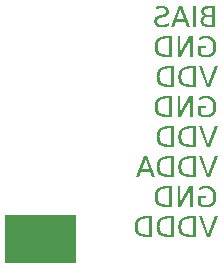
<source format=gbr>
%FSLAX44Y44*%
%MOMM*%
%LPD*%
G36*
G01*
X00187645Y00297096D02*
X00181598Y00297096D01*
X00180940Y00297079D01*
X00180322Y00297026D01*
X00179742Y00296938D01*
X00179201Y00296815D01*
X00178699Y00296657D01*
X00178236Y00296463D01*
X00177811Y00296235D01*
X00177426Y00295971D01*
X00177082Y00295675D01*
X00176785Y00295349D01*
X00176533Y00294994D01*
X00176327Y00294609D01*
X00176167Y00294194D01*
X00176052Y00293750D01*
X00175984Y00293276D01*
X00175961Y00292772D01*
X00175973Y00292381D01*
X00176008Y00292010D01*
X00176066Y00291660D01*
X00176148Y00291330D01*
X00176254Y00291021D01*
X00176383Y00290733D01*
X00176535Y00290465D01*
X00176711Y00290217D01*
X00176909Y00289991D01*
X00177130Y00289787D01*
X00177372Y00289606D01*
X00177637Y00289447D01*
X00177923Y00289310D01*
X00178231Y00289195D01*
X00178562Y00289103D01*
X00178914Y00289034D01*
X00178490Y00288927D01*
X00178090Y00288795D01*
X00177714Y00288638D01*
X00177363Y00288455D01*
X00177036Y00288247D01*
X00176733Y00288013D01*
X00176455Y00287754D01*
X00176201Y00287469D01*
X00175975Y00287163D01*
X00175778Y00286837D01*
X00175612Y00286494D01*
X00175476Y00286132D01*
X00175370Y00285751D01*
X00175295Y00285352D01*
X00175249Y00284935D01*
X00175234Y00284498D01*
X00175259Y00283929D01*
X00175334Y00283393D01*
X00175458Y00282891D01*
X00175633Y00282421D01*
X00175857Y00281985D01*
X00176131Y00281583D01*
X00176455Y00281213D01*
X00176828Y00280877D01*
X00177248Y00280578D01*
X00177709Y00280319D01*
X00178213Y00280099D01*
X00178759Y00279919D01*
X00179347Y00279780D01*
X00179977Y00279680D01*
X00180649Y00279620D01*
X00181363Y00279600D01*
X00187645Y00279600D01*
X00187645Y00297096D01*
D02*
G37*
G36*
G01*
X00171180Y00297096D02*
X00168812Y00297096D01*
X00168812Y00279600D01*
X00171180Y00279600D01*
X00171180Y00297096D01*
D02*
G37*
G36*
G01*
X00159590Y00297096D02*
X00156906Y00297096D01*
X00150238Y00279600D01*
X00152699Y00279600D01*
X00154293Y00284088D01*
X00162180Y00284088D01*
X00163773Y00279600D01*
X00166270Y00279600D01*
X00159590Y00297096D01*
D02*
G37*
G36*
G01*
X00137195Y00294213D02*
X00137530Y00294369D01*
X00137860Y00294515D01*
X00138185Y00294651D01*
X00138505Y00294776D01*
X00138820Y00294891D01*
X00139131Y00294996D01*
X00139437Y00295090D01*
X00139738Y00295174D01*
X00140036Y00295248D01*
X00140331Y00295313D01*
X00140623Y00295367D01*
X00140913Y00295412D01*
X00141200Y00295446D01*
X00141485Y00295471D01*
X00141767Y00295486D01*
X00142047Y00295491D01*
X00142516Y00295479D01*
X00142958Y00295444D01*
X00143373Y00295385D01*
X00143759Y00295303D01*
X00144118Y00295198D01*
X00144450Y00295069D01*
X00144753Y00294916D01*
X00145029Y00294741D01*
X00145275Y00294543D01*
X00145488Y00294326D01*
X00145668Y00294089D01*
X00145816Y00293832D01*
X00145931Y00293556D01*
X00146013Y00293260D01*
X00146062Y00292944D01*
X00146078Y00292608D01*
X00146067Y00292327D01*
X00146035Y00292063D01*
X00145980Y00291818D01*
X00145904Y00291590D01*
X00145806Y00291380D01*
X00145686Y00291187D01*
X00145544Y00291013D01*
X00145381Y00290856D01*
X00145187Y00290711D01*
X00144954Y00290574D01*
X00144682Y00290444D01*
X00144372Y00290321D01*
X00144022Y00290205D01*
X00143633Y00290097D01*
X00143205Y00289995D01*
X00142738Y00289901D01*
X00141309Y00289608D01*
X00140668Y00289470D01*
X00140071Y00289308D01*
X00139518Y00289122D01*
X00139007Y00288912D01*
X00138540Y00288678D01*
X00138117Y00288420D01*
X00137737Y00288138D01*
X00137400Y00287832D01*
X00137105Y00287501D01*
X00136849Y00287143D01*
X00136633Y00286758D01*
X00136456Y00286346D01*
X00136318Y00285907D01*
X00136219Y00285441D01*
X00136160Y00284948D01*
X00136141Y00284428D01*
X00136167Y00283812D01*
X00136247Y00283234D01*
X00136380Y00282694D01*
X00136567Y00282193D01*
X00136807Y00281730D01*
X00137100Y00281306D01*
X00137446Y00280920D01*
X00137846Y00280573D01*
X00138297Y00280265D01*
X00138797Y00279998D01*
X00139348Y00279773D01*
X00139948Y00279588D01*
X00140597Y00279445D01*
X00141297Y00279342D01*
X00142045Y00279281D01*
X00142844Y00279260D01*
X00143157Y00279265D01*
X00143475Y00279278D01*
X00143798Y00279300D01*
X00144125Y00279330D01*
X00144458Y00279370D01*
X00144796Y00279418D01*
X00145139Y00279475D01*
X00145486Y00279541D01*
X00145838Y00279616D01*
X00146193Y00279699D01*
X00146551Y00279790D01*
X00146912Y00279890D01*
X00147276Y00279998D01*
X00147643Y00280115D01*
X00148013Y00280240D01*
X00148387Y00280373D01*
X00148387Y00282811D01*
X00148027Y00282615D01*
X00147670Y00282432D01*
X00147314Y00282261D01*
X00146960Y00282102D01*
X00146608Y00281956D01*
X00146258Y00281822D01*
X00145909Y00281701D01*
X00145562Y00281592D01*
X00145218Y00281496D01*
X00144874Y00281413D01*
X00144532Y00281342D01*
X00144191Y00281285D01*
X00143852Y00281240D01*
X00143515Y00281208D01*
X00143178Y00281188D01*
X00142844Y00281182D01*
X00142351Y00281194D01*
X00141888Y00281232D01*
X00141453Y00281294D01*
X00141048Y00281381D01*
X00140671Y00281493D01*
X00140323Y00281630D01*
X00140005Y00281792D01*
X00139715Y00281979D01*
X00139457Y00282189D01*
X00139233Y00282420D01*
X00139044Y00282672D01*
X00138889Y00282946D01*
X00138768Y00283241D01*
X00138682Y00283557D01*
X00138630Y00283894D01*
X00138613Y00284252D01*
X00138626Y00284566D01*
X00138663Y00284862D01*
X00138725Y00285140D01*
X00138811Y00285401D01*
X00138922Y00285644D01*
X00139058Y00285870D01*
X00139219Y00286078D01*
X00139404Y00286268D01*
X00139618Y00286444D01*
X00139863Y00286609D01*
X00140140Y00286762D01*
X00140449Y00286904D01*
X00140789Y00287034D01*
X00141161Y00287153D01*
X00141565Y00287261D01*
X00142000Y00287358D01*
X00143441Y00287639D01*
X00144081Y00287780D01*
X00144674Y00287940D01*
X00145222Y00288119D01*
X00145724Y00288316D01*
X00146180Y00288532D01*
X00146590Y00288766D01*
X00146955Y00289019D01*
X00147273Y00289291D01*
X00147551Y00289586D01*
X00147791Y00289909D01*
X00147995Y00290259D01*
X00148161Y00290636D01*
X00148291Y00291041D01*
X00148383Y00291473D01*
X00148439Y00291933D01*
X00148457Y00292420D01*
X00148431Y00292985D01*
X00148355Y00293519D01*
X00148227Y00294022D01*
X00148048Y00294495D01*
X00147818Y00294936D01*
X00147537Y00295347D01*
X00147205Y00295727D01*
X00146822Y00296077D01*
X00146394Y00296390D01*
X00145928Y00296661D01*
X00145422Y00296891D01*
X00144878Y00297079D01*
X00144296Y00297225D01*
X00143675Y00297329D01*
X00143015Y00297392D01*
X00142316Y00297412D01*
X00142008Y00297409D01*
X00141698Y00297399D01*
X00141387Y00297381D01*
X00141074Y00297357D01*
X00140760Y00297326D01*
X00140444Y00297287D01*
X00140127Y00297242D01*
X00139809Y00297190D01*
X00139488Y00297131D01*
X00139166Y00297065D01*
X00138842Y00296992D01*
X00138517Y00296912D01*
X00138189Y00296825D01*
X00137860Y00296731D01*
X00137528Y00296630D01*
X00137195Y00296522D01*
X00137195Y00294213D01*
D02*
G37*
G36*
G01*
X00183133Y00178000D02*
X00189812Y00195496D01*
X00187340Y00195496D01*
X00181797Y00180766D01*
X00176242Y00195496D01*
X00173781Y00195496D01*
X00180449Y00178000D01*
X00183133Y00178000D01*
D02*
G37*
G36*
G01*
X00171227Y00195496D02*
X00166363Y00195496D01*
X00165134Y00195463D01*
X00163990Y00195364D01*
X00162930Y00195199D01*
X00161954Y00194967D01*
X00161063Y00194670D01*
X00160257Y00194306D01*
X00159535Y00193877D01*
X00158898Y00193381D01*
X00158341Y00192815D01*
X00157858Y00192174D01*
X00157449Y00191459D01*
X00157114Y00190669D01*
X00156854Y00189805D01*
X00156668Y00188867D01*
X00156557Y00187853D01*
X00156520Y00186766D01*
X00156557Y00185672D01*
X00156669Y00184654D01*
X00156856Y00183711D01*
X00157117Y00182843D01*
X00157453Y00182050D01*
X00157864Y00181332D01*
X00158350Y00180689D01*
X00158910Y00180121D01*
X00159550Y00179624D01*
X00160272Y00179193D01*
X00161079Y00178829D01*
X00161969Y00178530D01*
X00162942Y00178298D01*
X00163999Y00178133D01*
X00165139Y00178033D01*
X00166363Y00178000D01*
X00171227Y00178000D01*
X00171227Y00195496D01*
D02*
G37*
G36*
G01*
X00152746Y00195496D02*
X00147883Y00195496D01*
X00146654Y00195463D01*
X00145509Y00195364D01*
X00144449Y00195199D01*
X00143474Y00194967D01*
X00142583Y00194670D01*
X00141777Y00194306D01*
X00141055Y00193877D01*
X00140418Y00193381D01*
X00139860Y00192815D01*
X00139377Y00192174D01*
X00138968Y00191459D01*
X00138634Y00190669D01*
X00138374Y00189805D01*
X00138188Y00188867D01*
X00138076Y00187853D01*
X00138039Y00186766D01*
X00138076Y00185672D01*
X00138188Y00184654D01*
X00138375Y00183711D01*
X00138637Y00182843D01*
X00138973Y00182050D01*
X00139384Y00181332D01*
X00139869Y00180689D01*
X00140430Y00180121D01*
X00141069Y00179624D01*
X00141792Y00179193D01*
X00142598Y00178829D01*
X00143488Y00178530D01*
X00144462Y00178298D01*
X00145519Y00178133D01*
X00146659Y00178033D01*
X00147883Y00178000D01*
X00152746Y00178000D01*
X00152746Y00195496D01*
D02*
G37*
G36*
G01*
X00175715Y00134395D02*
X00179582Y00134395D01*
X00179582Y00136341D01*
X00173371Y00136341D01*
X00173371Y00128829D01*
X00173718Y00128593D01*
X00174074Y00128372D01*
X00174439Y00128166D01*
X00174812Y00127975D01*
X00175195Y00127798D01*
X00175586Y00127637D01*
X00175986Y00127490D01*
X00176395Y00127358D01*
X00176811Y00127241D01*
X00177235Y00127140D01*
X00177665Y00127055D01*
X00178103Y00126985D01*
X00178547Y00126930D01*
X00178998Y00126891D01*
X00179457Y00126868D01*
X00179922Y00126860D01*
X00180919Y00126898D01*
X00181861Y00127010D01*
X00182747Y00127197D01*
X00183577Y00127459D01*
X00184351Y00127796D01*
X00185069Y00128208D01*
X00185731Y00128695D01*
X00186338Y00129257D01*
X00186880Y00129885D01*
X00187350Y00130572D01*
X00187748Y00131318D01*
X00188074Y00132123D01*
X00188327Y00132987D01*
X00188508Y00133909D01*
X00188616Y00134891D01*
X00188652Y00135930D01*
X00188616Y00136973D01*
X00188508Y00137957D01*
X00188327Y00138881D01*
X00188074Y00139746D01*
X00187748Y00140553D01*
X00187350Y00141299D01*
X00186880Y00141987D01*
X00186338Y00142616D01*
X00185731Y00143178D01*
X00185069Y00143664D01*
X00184351Y00144076D01*
X00183577Y00144413D01*
X00182747Y00144675D01*
X00181861Y00144863D01*
X00180919Y00144975D01*
X00179922Y00145012D01*
X00179497Y00145006D01*
X00179077Y00144986D01*
X00178663Y00144953D01*
X00178253Y00144907D01*
X00177850Y00144848D01*
X00177451Y00144775D01*
X00177058Y00144690D01*
X00176670Y00144591D01*
X00176288Y00144479D01*
X00175914Y00144355D01*
X00175548Y00144218D01*
X00175189Y00144069D01*
X00174837Y00143908D01*
X00174494Y00143734D01*
X00174157Y00143547D01*
X00173828Y00143348D01*
X00173828Y00140829D01*
X00174159Y00141099D01*
X00174495Y00141351D01*
X00174836Y00141586D01*
X00175182Y00141804D01*
X00175533Y00142005D01*
X00175889Y00142189D01*
X00176251Y00142355D01*
X00176617Y00142505D01*
X00176989Y00142637D01*
X00177365Y00142751D01*
X00177746Y00142847D01*
X00178132Y00142927D01*
X00178522Y00142988D01*
X00178918Y00143032D01*
X00179318Y00143058D01*
X00179723Y00143067D01*
X00180500Y00143039D01*
X00181228Y00142955D01*
X00181906Y00142815D01*
X00182534Y00142619D01*
X00183111Y00142367D01*
X00183639Y00142059D01*
X00184117Y00141694D01*
X00184545Y00141274D01*
X00184923Y00140799D01*
X00185250Y00140268D01*
X00185527Y00139682D01*
X00185753Y00139042D01*
X00185930Y00138346D01*
X00186056Y00137596D01*
X00186131Y00136791D01*
X00186156Y00135930D01*
X00186131Y00135073D01*
X00186056Y00134270D01*
X00185930Y00133522D01*
X00185753Y00132828D01*
X00185527Y00132189D01*
X00185250Y00131604D01*
X00184923Y00131074D01*
X00184545Y00130598D01*
X00184117Y00130178D01*
X00183639Y00129814D01*
X00183111Y00129506D01*
X00182534Y00129254D01*
X00181906Y00129058D01*
X00181228Y00128918D01*
X00180500Y00128833D01*
X00179723Y00128805D01*
X00179413Y00128809D01*
X00179113Y00128819D01*
X00178820Y00128836D01*
X00178536Y00128860D01*
X00178261Y00128890D01*
X00177993Y00128927D01*
X00177735Y00128971D01*
X00177484Y00129022D01*
X00177241Y00129080D01*
X00177005Y00129146D01*
X00176774Y00129219D01*
X00176550Y00129299D01*
X00176332Y00129387D01*
X00176120Y00129483D01*
X00175914Y00129586D01*
X00175715Y00129696D01*
X00175715Y00134395D01*
D02*
G37*
G36*
G01*
X00169047Y00144696D02*
X00165859Y00144696D01*
X00158102Y00130059D01*
X00158102Y00144696D01*
X00155805Y00144696D01*
X00155805Y00127200D01*
X00158992Y00127200D01*
X00166750Y00141837D01*
X00166750Y00127200D01*
X00169047Y00127200D01*
X00169047Y00144696D01*
D02*
G37*
G36*
G01*
X00151094Y00144696D02*
X00146230Y00144696D01*
X00145001Y00144663D01*
X00143857Y00144564D01*
X00142797Y00144399D01*
X00141821Y00144167D01*
X00140930Y00143870D01*
X00140124Y00143506D01*
X00139403Y00143077D01*
X00138766Y00142581D01*
X00138208Y00142015D01*
X00137725Y00141374D01*
X00137316Y00140659D01*
X00136981Y00139869D01*
X00136721Y00139005D01*
X00136535Y00138067D01*
X00136424Y00137053D01*
X00136387Y00135966D01*
X00136424Y00134872D01*
X00136536Y00133854D01*
X00136723Y00132911D01*
X00136984Y00132043D01*
X00137321Y00131250D01*
X00137731Y00130532D01*
X00138217Y00129889D01*
X00138777Y00129321D01*
X00139417Y00128824D01*
X00140140Y00128393D01*
X00140946Y00128029D01*
X00141836Y00127730D01*
X00142809Y00127498D01*
X00143866Y00127333D01*
X00145007Y00127233D01*
X00146230Y00127200D01*
X00151094Y00127200D01*
X00151094Y00144696D01*
D02*
G37*
G36*
G01*
X00183133Y00152600D02*
X00189812Y00170096D01*
X00187340Y00170096D01*
X00181797Y00155366D01*
X00176242Y00170096D01*
X00173781Y00170096D01*
X00180449Y00152600D01*
X00183133Y00152600D01*
D02*
G37*
G36*
G01*
X00171227Y00170096D02*
X00166363Y00170096D01*
X00165134Y00170063D01*
X00163990Y00169964D01*
X00162930Y00169799D01*
X00161954Y00169567D01*
X00161063Y00169270D01*
X00160257Y00168906D01*
X00159535Y00168477D01*
X00158898Y00167981D01*
X00158341Y00167415D01*
X00157858Y00166774D01*
X00157449Y00166059D01*
X00157114Y00165269D01*
X00156854Y00164405D01*
X00156668Y00163467D01*
X00156557Y00162453D01*
X00156520Y00161366D01*
X00156557Y00160272D01*
X00156669Y00159254D01*
X00156856Y00158311D01*
X00157117Y00157443D01*
X00157453Y00156650D01*
X00157864Y00155932D01*
X00158350Y00155289D01*
X00158910Y00154721D01*
X00159550Y00154224D01*
X00160272Y00153793D01*
X00161079Y00153429D01*
X00161969Y00153130D01*
X00162942Y00152898D01*
X00163999Y00152733D01*
X00165139Y00152633D01*
X00166363Y00152600D01*
X00171227Y00152600D01*
X00171227Y00170096D01*
D02*
G37*
G36*
G01*
X00152746Y00170096D02*
X00147883Y00170096D01*
X00146654Y00170063D01*
X00145509Y00169964D01*
X00144449Y00169799D01*
X00143474Y00169567D01*
X00142583Y00169270D01*
X00141777Y00168906D01*
X00141055Y00168477D01*
X00140418Y00167981D01*
X00139860Y00167415D01*
X00139377Y00166774D01*
X00138968Y00166059D01*
X00138634Y00165269D01*
X00138374Y00164405D01*
X00138188Y00163467D01*
X00138076Y00162453D01*
X00138039Y00161366D01*
X00138076Y00160272D01*
X00138188Y00159254D01*
X00138375Y00158311D01*
X00138637Y00157443D01*
X00138973Y00156650D01*
X00139384Y00155932D01*
X00139869Y00155289D01*
X00140430Y00154721D01*
X00141069Y00154224D01*
X00141792Y00153793D01*
X00142598Y00153429D01*
X00143488Y00153130D01*
X00144462Y00152898D01*
X00145519Y00152733D01*
X00146659Y00152633D01*
X00147883Y00152600D01*
X00152746Y00152600D01*
X00152746Y00170096D01*
D02*
G37*
G36*
G01*
X00130176Y00170096D02*
X00127492Y00170096D01*
X00120824Y00152600D01*
X00123285Y00152600D01*
X00124879Y00157088D01*
X00132766Y00157088D01*
X00134359Y00152600D01*
X00136855Y00152600D01*
X00130176Y00170096D01*
D02*
G37*
G36*
G01*
X00183133Y00101800D02*
X00189812Y00119296D01*
X00187340Y00119296D01*
X00181797Y00104566D01*
X00176242Y00119296D01*
X00173781Y00119296D01*
X00180449Y00101800D01*
X00183133Y00101800D01*
D02*
G37*
G36*
G01*
X00171227Y00119296D02*
X00166363Y00119296D01*
X00165134Y00119263D01*
X00163990Y00119164D01*
X00162930Y00118999D01*
X00161954Y00118767D01*
X00161063Y00118470D01*
X00160257Y00118106D01*
X00159535Y00117677D01*
X00158898Y00117181D01*
X00158341Y00116615D01*
X00157858Y00115974D01*
X00157449Y00115259D01*
X00157114Y00114469D01*
X00156854Y00113605D01*
X00156668Y00112667D01*
X00156557Y00111653D01*
X00156520Y00110566D01*
X00156557Y00109472D01*
X00156669Y00108454D01*
X00156856Y00107511D01*
X00157117Y00106643D01*
X00157453Y00105850D01*
X00157864Y00105132D01*
X00158350Y00104489D01*
X00158910Y00103921D01*
X00159550Y00103424D01*
X00160272Y00102993D01*
X00161079Y00102629D01*
X00161969Y00102330D01*
X00162942Y00102098D01*
X00163999Y00101933D01*
X00165139Y00101833D01*
X00166363Y00101800D01*
X00171227Y00101800D01*
X00171227Y00119296D01*
D02*
G37*
G36*
G01*
X00152746Y00119296D02*
X00147883Y00119296D01*
X00146654Y00119263D01*
X00145509Y00119164D01*
X00144449Y00118999D01*
X00143474Y00118767D01*
X00142583Y00118470D01*
X00141777Y00118106D01*
X00141055Y00117677D01*
X00140418Y00117181D01*
X00139860Y00116615D01*
X00139377Y00115974D01*
X00138968Y00115259D01*
X00138634Y00114469D01*
X00138374Y00113605D01*
X00138188Y00112667D01*
X00138076Y00111653D01*
X00138039Y00110566D01*
X00138076Y00109472D01*
X00138188Y00108454D01*
X00138375Y00107511D01*
X00138637Y00106643D01*
X00138973Y00105850D01*
X00139384Y00105132D01*
X00139869Y00104489D01*
X00140430Y00103921D01*
X00141069Y00103424D01*
X00141792Y00102993D01*
X00142598Y00102629D01*
X00143488Y00102330D01*
X00144462Y00102098D01*
X00145519Y00101933D01*
X00146659Y00101833D01*
X00147883Y00101800D01*
X00152746Y00101800D01*
X00152746Y00119296D01*
D02*
G37*
G36*
G01*
X00134266Y00119296D02*
X00129402Y00119296D01*
X00128173Y00119263D01*
X00127029Y00119164D01*
X00125969Y00118999D01*
X00124993Y00118767D01*
X00124102Y00118470D01*
X00123296Y00118106D01*
X00122575Y00117677D01*
X00121938Y00117181D01*
X00121380Y00116615D01*
X00120897Y00115974D01*
X00120488Y00115259D01*
X00120153Y00114469D01*
X00119893Y00113605D01*
X00119707Y00112667D01*
X00119596Y00111653D01*
X00119559Y00110566D01*
X00119596Y00109472D01*
X00119708Y00108454D01*
X00119895Y00107511D01*
X00120156Y00106643D01*
X00120492Y00105850D01*
X00120903Y00105132D01*
X00121389Y00104489D01*
X00121949Y00103921D01*
X00122589Y00103424D01*
X00123312Y00102993D01*
X00124118Y00102629D01*
X00125008Y00102330D01*
X00125981Y00102098D01*
X00127038Y00101933D01*
X00128178Y00101833D01*
X00129402Y00101800D01*
X00134266Y00101800D01*
X00134266Y00119296D01*
D02*
G37*
G36*
G01*
X00183133Y00228800D02*
X00189812Y00246296D01*
X00187340Y00246296D01*
X00181797Y00231566D01*
X00176242Y00246296D01*
X00173781Y00246296D01*
X00180449Y00228800D01*
X00183133Y00228800D01*
D02*
G37*
G36*
G01*
X00171227Y00246296D02*
X00166363Y00246296D01*
X00165134Y00246263D01*
X00163990Y00246164D01*
X00162930Y00245999D01*
X00161954Y00245767D01*
X00161063Y00245470D01*
X00160257Y00245106D01*
X00159535Y00244677D01*
X00158898Y00244181D01*
X00158341Y00243615D01*
X00157858Y00242974D01*
X00157449Y00242259D01*
X00157114Y00241469D01*
X00156854Y00240605D01*
X00156668Y00239667D01*
X00156557Y00238653D01*
X00156520Y00237566D01*
X00156557Y00236472D01*
X00156669Y00235454D01*
X00156856Y00234511D01*
X00157117Y00233643D01*
X00157453Y00232850D01*
X00157864Y00232132D01*
X00158350Y00231489D01*
X00158910Y00230921D01*
X00159550Y00230424D01*
X00160272Y00229993D01*
X00161079Y00229629D01*
X00161969Y00229330D01*
X00162942Y00229098D01*
X00163999Y00228933D01*
X00165139Y00228833D01*
X00166363Y00228800D01*
X00171227Y00228800D01*
X00171227Y00246296D01*
D02*
G37*
G36*
G01*
X00152746Y00246296D02*
X00147883Y00246296D01*
X00146654Y00246263D01*
X00145509Y00246164D01*
X00144449Y00245999D01*
X00143474Y00245767D01*
X00142583Y00245470D01*
X00141777Y00245106D01*
X00141055Y00244677D01*
X00140418Y00244181D01*
X00139860Y00243615D01*
X00139377Y00242974D01*
X00138968Y00242259D01*
X00138634Y00241469D01*
X00138374Y00240605D01*
X00138188Y00239667D01*
X00138076Y00238653D01*
X00138039Y00237566D01*
X00138076Y00236472D01*
X00138188Y00235454D01*
X00138375Y00234511D01*
X00138637Y00233643D01*
X00138973Y00232850D01*
X00139384Y00232132D01*
X00139869Y00231489D01*
X00140430Y00230921D01*
X00141069Y00230424D01*
X00141792Y00229993D01*
X00142598Y00229629D01*
X00143488Y00229330D01*
X00144462Y00229098D01*
X00145519Y00228933D01*
X00146659Y00228833D01*
X00147883Y00228800D01*
X00152746Y00228800D01*
X00152746Y00246296D01*
D02*
G37*
G36*
G01*
X00175715Y00210595D02*
X00179582Y00210595D01*
X00179582Y00212541D01*
X00173371Y00212541D01*
X00173371Y00205029D01*
X00173718Y00204793D01*
X00174074Y00204572D01*
X00174439Y00204366D01*
X00174812Y00204175D01*
X00175195Y00203998D01*
X00175586Y00203837D01*
X00175986Y00203690D01*
X00176395Y00203558D01*
X00176811Y00203441D01*
X00177235Y00203340D01*
X00177665Y00203255D01*
X00178103Y00203185D01*
X00178547Y00203130D01*
X00178998Y00203091D01*
X00179457Y00203068D01*
X00179922Y00203060D01*
X00180919Y00203098D01*
X00181861Y00203210D01*
X00182747Y00203397D01*
X00183577Y00203659D01*
X00184351Y00203996D01*
X00185069Y00204408D01*
X00185731Y00204895D01*
X00186338Y00205457D01*
X00186880Y00206085D01*
X00187350Y00206772D01*
X00187748Y00207518D01*
X00188074Y00208323D01*
X00188327Y00209187D01*
X00188508Y00210109D01*
X00188616Y00211091D01*
X00188652Y00212130D01*
X00188616Y00213173D01*
X00188508Y00214157D01*
X00188327Y00215081D01*
X00188074Y00215946D01*
X00187748Y00216753D01*
X00187350Y00217499D01*
X00186880Y00218187D01*
X00186338Y00218816D01*
X00185731Y00219378D01*
X00185069Y00219864D01*
X00184351Y00220276D01*
X00183577Y00220613D01*
X00182747Y00220875D01*
X00181861Y00221063D01*
X00180919Y00221175D01*
X00179922Y00221212D01*
X00179497Y00221206D01*
X00179077Y00221186D01*
X00178663Y00221153D01*
X00178253Y00221107D01*
X00177850Y00221048D01*
X00177451Y00220975D01*
X00177058Y00220890D01*
X00176670Y00220791D01*
X00176288Y00220679D01*
X00175914Y00220555D01*
X00175548Y00220418D01*
X00175189Y00220269D01*
X00174837Y00220108D01*
X00174494Y00219934D01*
X00174157Y00219747D01*
X00173828Y00219548D01*
X00173828Y00217029D01*
X00174159Y00217299D01*
X00174495Y00217551D01*
X00174836Y00217786D01*
X00175182Y00218004D01*
X00175533Y00218205D01*
X00175889Y00218389D01*
X00176251Y00218555D01*
X00176617Y00218705D01*
X00176989Y00218837D01*
X00177365Y00218951D01*
X00177746Y00219047D01*
X00178132Y00219127D01*
X00178522Y00219188D01*
X00178918Y00219232D01*
X00179318Y00219258D01*
X00179723Y00219267D01*
X00180500Y00219239D01*
X00181228Y00219155D01*
X00181906Y00219015D01*
X00182534Y00218819D01*
X00183111Y00218567D01*
X00183639Y00218259D01*
X00184117Y00217894D01*
X00184545Y00217474D01*
X00184923Y00216999D01*
X00185250Y00216468D01*
X00185527Y00215882D01*
X00185753Y00215242D01*
X00185930Y00214546D01*
X00186056Y00213796D01*
X00186131Y00212991D01*
X00186156Y00212130D01*
X00186131Y00211273D01*
X00186056Y00210470D01*
X00185930Y00209722D01*
X00185753Y00209028D01*
X00185527Y00208389D01*
X00185250Y00207804D01*
X00184923Y00207274D01*
X00184545Y00206798D01*
X00184117Y00206378D01*
X00183639Y00206014D01*
X00183111Y00205706D01*
X00182534Y00205454D01*
X00181906Y00205258D01*
X00181228Y00205118D01*
X00180500Y00205033D01*
X00179723Y00205005D01*
X00179413Y00205009D01*
X00179113Y00205019D01*
X00178820Y00205036D01*
X00178536Y00205060D01*
X00178261Y00205090D01*
X00177993Y00205127D01*
X00177735Y00205171D01*
X00177484Y00205222D01*
X00177241Y00205280D01*
X00177005Y00205346D01*
X00176774Y00205419D01*
X00176550Y00205499D01*
X00176332Y00205587D01*
X00176120Y00205683D01*
X00175914Y00205786D01*
X00175715Y00205896D01*
X00175715Y00210595D01*
D02*
G37*
G36*
G01*
X00169047Y00220896D02*
X00165859Y00220896D01*
X00158102Y00206259D01*
X00158102Y00220896D01*
X00155805Y00220896D01*
X00155805Y00203400D01*
X00158992Y00203400D01*
X00166750Y00218037D01*
X00166750Y00203400D01*
X00169047Y00203400D01*
X00169047Y00220896D01*
D02*
G37*
G36*
G01*
X00151094Y00220896D02*
X00146230Y00220896D01*
X00145001Y00220863D01*
X00143857Y00220764D01*
X00142797Y00220599D01*
X00141821Y00220367D01*
X00140930Y00220070D01*
X00140124Y00219706D01*
X00139403Y00219277D01*
X00138766Y00218781D01*
X00138208Y00218215D01*
X00137725Y00217574D01*
X00137316Y00216859D01*
X00136981Y00216069D01*
X00136721Y00215205D01*
X00136535Y00214267D01*
X00136424Y00213253D01*
X00136387Y00212166D01*
X00136424Y00211072D01*
X00136536Y00210054D01*
X00136723Y00209111D01*
X00136984Y00208243D01*
X00137321Y00207450D01*
X00137731Y00206732D01*
X00138217Y00206089D01*
X00138777Y00205521D01*
X00139417Y00205024D01*
X00140140Y00204593D01*
X00140946Y00204229D01*
X00141836Y00203930D01*
X00142809Y00203698D01*
X00143866Y00203533D01*
X00145007Y00203433D01*
X00146230Y00203400D01*
X00151094Y00203400D01*
X00151094Y00220896D01*
D02*
G37*
G36*
G01*
X00175715Y00261395D02*
X00179582Y00261395D01*
X00179582Y00263341D01*
X00173371Y00263341D01*
X00173371Y00255829D01*
X00173718Y00255593D01*
X00174074Y00255372D01*
X00174439Y00255166D01*
X00174812Y00254975D01*
X00175195Y00254798D01*
X00175586Y00254637D01*
X00175986Y00254490D01*
X00176395Y00254358D01*
X00176811Y00254241D01*
X00177235Y00254140D01*
X00177665Y00254055D01*
X00178103Y00253985D01*
X00178547Y00253930D01*
X00178998Y00253891D01*
X00179457Y00253868D01*
X00179922Y00253860D01*
X00180919Y00253898D01*
X00181861Y00254010D01*
X00182747Y00254197D01*
X00183577Y00254459D01*
X00184351Y00254796D01*
X00185069Y00255208D01*
X00185731Y00255695D01*
X00186338Y00256257D01*
X00186880Y00256885D01*
X00187350Y00257572D01*
X00187748Y00258318D01*
X00188074Y00259123D01*
X00188327Y00259987D01*
X00188508Y00260909D01*
X00188616Y00261891D01*
X00188652Y00262930D01*
X00188616Y00263973D01*
X00188508Y00264957D01*
X00188327Y00265881D01*
X00188074Y00266746D01*
X00187748Y00267553D01*
X00187350Y00268299D01*
X00186880Y00268987D01*
X00186338Y00269616D01*
X00185731Y00270178D01*
X00185069Y00270664D01*
X00184351Y00271076D01*
X00183577Y00271413D01*
X00182747Y00271675D01*
X00181861Y00271863D01*
X00180919Y00271975D01*
X00179922Y00272012D01*
X00179497Y00272006D01*
X00179077Y00271986D01*
X00178663Y00271953D01*
X00178253Y00271907D01*
X00177850Y00271848D01*
X00177451Y00271775D01*
X00177058Y00271690D01*
X00176670Y00271591D01*
X00176288Y00271479D01*
X00175914Y00271355D01*
X00175548Y00271218D01*
X00175189Y00271069D01*
X00174837Y00270908D01*
X00174494Y00270734D01*
X00174157Y00270547D01*
X00173828Y00270348D01*
X00173828Y00267829D01*
X00174159Y00268099D01*
X00174495Y00268351D01*
X00174836Y00268586D01*
X00175182Y00268804D01*
X00175533Y00269005D01*
X00175889Y00269189D01*
X00176251Y00269355D01*
X00176617Y00269505D01*
X00176989Y00269637D01*
X00177365Y00269751D01*
X00177746Y00269847D01*
X00178132Y00269927D01*
X00178522Y00269988D01*
X00178918Y00270032D01*
X00179318Y00270058D01*
X00179723Y00270067D01*
X00180500Y00270039D01*
X00181228Y00269955D01*
X00181906Y00269815D01*
X00182534Y00269619D01*
X00183111Y00269367D01*
X00183639Y00269059D01*
X00184117Y00268694D01*
X00184545Y00268274D01*
X00184923Y00267799D01*
X00185250Y00267268D01*
X00185527Y00266682D01*
X00185753Y00266042D01*
X00185930Y00265346D01*
X00186056Y00264596D01*
X00186131Y00263791D01*
X00186156Y00262930D01*
X00186131Y00262073D01*
X00186056Y00261270D01*
X00185930Y00260522D01*
X00185753Y00259828D01*
X00185527Y00259189D01*
X00185250Y00258604D01*
X00184923Y00258074D01*
X00184545Y00257598D01*
X00184117Y00257178D01*
X00183639Y00256814D01*
X00183111Y00256506D01*
X00182534Y00256254D01*
X00181906Y00256058D01*
X00181228Y00255918D01*
X00180500Y00255833D01*
X00179723Y00255805D01*
X00179413Y00255809D01*
X00179113Y00255819D01*
X00178820Y00255836D01*
X00178536Y00255860D01*
X00178261Y00255890D01*
X00177993Y00255927D01*
X00177735Y00255971D01*
X00177484Y00256022D01*
X00177241Y00256080D01*
X00177005Y00256146D01*
X00176774Y00256219D01*
X00176550Y00256299D01*
X00176332Y00256387D01*
X00176120Y00256483D01*
X00175914Y00256586D01*
X00175715Y00256696D01*
X00175715Y00261395D01*
D02*
G37*
G36*
G01*
X00169047Y00271696D02*
X00165859Y00271696D01*
X00158102Y00257059D01*
X00158102Y00271696D01*
X00155805Y00271696D01*
X00155805Y00254200D01*
X00158992Y00254200D01*
X00166750Y00268837D01*
X00166750Y00254200D01*
X00169047Y00254200D01*
X00169047Y00271696D01*
D02*
G37*
G36*
G01*
X00151094Y00271696D02*
X00146230Y00271696D01*
X00145001Y00271663D01*
X00143857Y00271564D01*
X00142797Y00271399D01*
X00141821Y00271167D01*
X00140930Y00270870D01*
X00140124Y00270506D01*
X00139403Y00270077D01*
X00138766Y00269581D01*
X00138208Y00269015D01*
X00137725Y00268374D01*
X00137316Y00267659D01*
X00136981Y00266869D01*
X00136721Y00266005D01*
X00136535Y00265067D01*
X00136424Y00264053D01*
X00136387Y00262966D01*
X00136424Y00261872D01*
X00136536Y00260854D01*
X00136723Y00259911D01*
X00136984Y00259043D01*
X00137321Y00258250D01*
X00137731Y00257532D01*
X00138217Y00256889D01*
X00138777Y00256321D01*
X00139417Y00255824D01*
X00140140Y00255393D01*
X00140946Y00255029D01*
X00141836Y00254730D01*
X00142809Y00254498D01*
X00143866Y00254333D01*
X00145007Y00254233D01*
X00146230Y00254200D01*
X00151094Y00254200D01*
X00151094Y00271696D01*
D02*
G37*
G36*
G01*
X00010000Y00080000D02*
X00070000Y00080000D01*
X00070000Y00120000D01*
X00010000Y00120000D01*
X00010000Y00080000D01*
D02*
G37*
G36*
G01*
X00010000Y00080000D02*
X00070000Y00080000D01*
X00070000Y00120000D01*
X00010000Y00120000D01*
X00010000Y00080000D01*
D02*
G37*
%LPC*%
G36*
G01*
X00185277Y00287955D02*
X00185277Y00281545D01*
X00181480Y00281545D01*
X00181018Y00281558D01*
X00180587Y00281595D01*
X00180187Y00281657D01*
X00179818Y00281743D01*
X00179480Y00281854D01*
X00179172Y00281990D01*
X00178896Y00282151D01*
X00178650Y00282336D01*
X00178435Y00282547D01*
X00178248Y00282784D01*
X00178090Y00283047D01*
X00177960Y00283337D01*
X00177860Y00283652D01*
X00177788Y00283994D01*
X00177745Y00284362D01*
X00177730Y00284756D01*
X00177745Y00285153D01*
X00177788Y00285523D01*
X00177860Y00285866D01*
X00177960Y00286182D01*
X00178090Y00286471D01*
X00178248Y00286733D01*
X00178435Y00286968D01*
X00178650Y00287176D01*
X00178896Y00287359D01*
X00179172Y00287517D01*
X00179480Y00287651D01*
X00179818Y00287761D01*
X00180187Y00287846D01*
X00180587Y00287907D01*
X00181018Y00287943D01*
X00181480Y00287955D01*
X00185277Y00287955D01*
D02*
G37*
G36*
G01*
X00185277Y00295151D02*
X00185277Y00289877D01*
X00181773Y00289877D01*
X00181354Y00289888D01*
X00180962Y00289918D01*
X00180597Y00289969D01*
X00180260Y00290040D01*
X00179951Y00290131D01*
X00179670Y00290243D01*
X00179416Y00290375D01*
X00179189Y00290528D01*
X00178990Y00290701D01*
X00178818Y00290896D01*
X00178672Y00291112D01*
X00178552Y00291350D01*
X00178459Y00291609D01*
X00178393Y00291889D01*
X00178353Y00292191D01*
X00178340Y00292514D01*
X00178353Y00292835D01*
X00178393Y00293134D01*
X00178459Y00293413D01*
X00178552Y00293671D01*
X00178672Y00293908D01*
X00178818Y00294125D01*
X00178990Y00294320D01*
X00179189Y00294495D01*
X00179416Y00294648D01*
X00179670Y00294782D01*
X00179951Y00294894D01*
X00180260Y00294987D01*
X00180597Y00295058D01*
X00180962Y00295110D01*
X00181354Y00295141D01*
X00181773Y00295151D01*
X00185277Y00295151D01*
D02*
G37*
G36*
G01*
X00158254Y00294764D02*
X00161465Y00286057D01*
X00155031Y00286057D01*
X00158254Y00294764D01*
D02*
G37*
G36*
G01*
X00168859Y00193551D02*
X00168859Y00179945D01*
X00166000Y00179945D01*
X00165125Y00179971D01*
X00164311Y00180048D01*
X00163557Y00180176D01*
X00162864Y00180355D01*
X00162231Y00180586D01*
X00161659Y00180868D01*
X00161148Y00181201D01*
X00160697Y00181586D01*
X00160303Y00182026D01*
X00159962Y00182525D01*
X00159673Y00183083D01*
X00159436Y00183701D01*
X00159252Y00184378D01*
X00159121Y00185115D01*
X00159042Y00185911D01*
X00159016Y00186766D01*
X00159042Y00187615D01*
X00159121Y00188406D01*
X00159252Y00189138D01*
X00159436Y00189811D01*
X00159673Y00190425D01*
X00159962Y00190981D01*
X00160303Y00191478D01*
X00160697Y00191916D01*
X00161148Y00192299D01*
X00161659Y00192631D01*
X00162231Y00192912D01*
X00162864Y00193142D01*
X00163557Y00193321D01*
X00164311Y00193449D01*
X00165125Y00193525D01*
X00166000Y00193551D01*
X00168859Y00193551D01*
D02*
G37*
G36*
G01*
X00150379Y00193551D02*
X00150379Y00179945D01*
X00147520Y00179945D01*
X00146645Y00179971D01*
X00145830Y00180048D01*
X00145076Y00180176D01*
X00144383Y00180355D01*
X00143751Y00180586D01*
X00143179Y00180868D01*
X00142668Y00181201D01*
X00142217Y00181586D01*
X00141823Y00182026D01*
X00141481Y00182525D01*
X00141192Y00183083D01*
X00140956Y00183701D01*
X00140772Y00184378D01*
X00140640Y00185115D01*
X00140561Y00185911D01*
X00140535Y00186766D01*
X00140561Y00187615D01*
X00140640Y00188406D01*
X00140772Y00189138D01*
X00140956Y00189811D01*
X00141192Y00190425D01*
X00141481Y00190981D01*
X00141823Y00191478D01*
X00142217Y00191916D01*
X00142668Y00192299D01*
X00143179Y00192631D01*
X00143751Y00192912D01*
X00144383Y00193142D01*
X00145076Y00193321D01*
X00145830Y00193449D01*
X00146645Y00193525D01*
X00147520Y00193551D01*
X00150379Y00193551D01*
D02*
G37*
G36*
G01*
X00148727Y00142751D02*
X00148727Y00129145D01*
X00145867Y00129145D01*
X00144992Y00129171D01*
X00144178Y00129248D01*
X00143424Y00129376D01*
X00142731Y00129555D01*
X00142098Y00129786D01*
X00141526Y00130068D01*
X00141015Y00130401D01*
X00140564Y00130786D01*
X00140170Y00131226D01*
X00139829Y00131725D01*
X00139540Y00132283D01*
X00139303Y00132901D01*
X00139119Y00133578D01*
X00138988Y00134315D01*
X00138909Y00135111D01*
X00138883Y00135966D01*
X00138909Y00136815D01*
X00138988Y00137606D01*
X00139119Y00138338D01*
X00139303Y00139011D01*
X00139540Y00139625D01*
X00139829Y00140181D01*
X00140170Y00140678D01*
X00140564Y00141116D01*
X00141015Y00141499D01*
X00141526Y00141831D01*
X00142098Y00142112D01*
X00142731Y00142342D01*
X00143424Y00142521D01*
X00144178Y00142649D01*
X00144992Y00142725D01*
X00145867Y00142751D01*
X00148727Y00142751D01*
D02*
G37*
G36*
G01*
X00168859Y00168151D02*
X00168859Y00154545D01*
X00166000Y00154545D01*
X00165125Y00154571D01*
X00164311Y00154648D01*
X00163557Y00154776D01*
X00162864Y00154955D01*
X00162231Y00155186D01*
X00161659Y00155468D01*
X00161148Y00155801D01*
X00160697Y00156186D01*
X00160303Y00156626D01*
X00159962Y00157125D01*
X00159673Y00157683D01*
X00159436Y00158301D01*
X00159252Y00158978D01*
X00159121Y00159715D01*
X00159042Y00160511D01*
X00159016Y00161366D01*
X00159042Y00162215D01*
X00159121Y00163006D01*
X00159252Y00163738D01*
X00159436Y00164411D01*
X00159673Y00165025D01*
X00159962Y00165581D01*
X00160303Y00166078D01*
X00160697Y00166516D01*
X00161148Y00166899D01*
X00161659Y00167231D01*
X00162231Y00167512D01*
X00162864Y00167742D01*
X00163557Y00167921D01*
X00164311Y00168049D01*
X00165125Y00168125D01*
X00166000Y00168151D01*
X00168859Y00168151D01*
D02*
G37*
G36*
G01*
X00150379Y00168151D02*
X00150379Y00154545D01*
X00147520Y00154545D01*
X00146645Y00154571D01*
X00145830Y00154648D01*
X00145076Y00154776D01*
X00144383Y00154955D01*
X00143751Y00155186D01*
X00143179Y00155468D01*
X00142668Y00155801D01*
X00142217Y00156186D01*
X00141823Y00156626D01*
X00141481Y00157125D01*
X00141192Y00157683D01*
X00140956Y00158301D01*
X00140772Y00158978D01*
X00140640Y00159715D01*
X00140561Y00160511D01*
X00140535Y00161366D01*
X00140561Y00162215D01*
X00140640Y00163006D01*
X00140772Y00163738D01*
X00140956Y00164411D01*
X00141192Y00165025D01*
X00141481Y00165581D01*
X00141823Y00166078D01*
X00142217Y00166516D01*
X00142668Y00166899D01*
X00143179Y00167231D01*
X00143751Y00167512D01*
X00144383Y00167742D01*
X00145076Y00167921D01*
X00145830Y00168049D01*
X00146645Y00168125D01*
X00147520Y00168151D01*
X00150379Y00168151D01*
D02*
G37*
G36*
G01*
X00128840Y00167764D02*
X00132051Y00159057D01*
X00125617Y00159057D01*
X00128840Y00167764D01*
D02*
G37*
G36*
G01*
X00168859Y00117351D02*
X00168859Y00103745D01*
X00166000Y00103745D01*
X00165125Y00103771D01*
X00164311Y00103848D01*
X00163557Y00103976D01*
X00162864Y00104155D01*
X00162231Y00104386D01*
X00161659Y00104668D01*
X00161148Y00105001D01*
X00160697Y00105386D01*
X00160303Y00105826D01*
X00159962Y00106325D01*
X00159673Y00106883D01*
X00159436Y00107501D01*
X00159252Y00108178D01*
X00159121Y00108915D01*
X00159042Y00109711D01*
X00159016Y00110566D01*
X00159042Y00111415D01*
X00159121Y00112206D01*
X00159252Y00112938D01*
X00159436Y00113611D01*
X00159673Y00114225D01*
X00159962Y00114781D01*
X00160303Y00115278D01*
X00160697Y00115716D01*
X00161148Y00116099D01*
X00161659Y00116431D01*
X00162231Y00116712D01*
X00162864Y00116942D01*
X00163557Y00117121D01*
X00164311Y00117249D01*
X00165125Y00117325D01*
X00166000Y00117351D01*
X00168859Y00117351D01*
D02*
G37*
G36*
G01*
X00150379Y00117351D02*
X00150379Y00103745D01*
X00147520Y00103745D01*
X00146645Y00103771D01*
X00145830Y00103848D01*
X00145076Y00103976D01*
X00144383Y00104155D01*
X00143751Y00104386D01*
X00143179Y00104668D01*
X00142668Y00105001D01*
X00142217Y00105386D01*
X00141823Y00105826D01*
X00141481Y00106325D01*
X00141192Y00106883D01*
X00140956Y00107501D01*
X00140772Y00108178D01*
X00140640Y00108915D01*
X00140561Y00109711D01*
X00140535Y00110566D01*
X00140561Y00111415D01*
X00140640Y00112206D01*
X00140772Y00112938D01*
X00140956Y00113611D01*
X00141192Y00114225D01*
X00141481Y00114781D01*
X00141823Y00115278D01*
X00142217Y00115716D01*
X00142668Y00116099D01*
X00143179Y00116431D01*
X00143751Y00116712D01*
X00144383Y00116942D01*
X00145076Y00117121D01*
X00145830Y00117249D01*
X00146645Y00117325D01*
X00147520Y00117351D01*
X00150379Y00117351D01*
D02*
G37*
G36*
G01*
X00131898Y00117351D02*
X00131898Y00103745D01*
X00129039Y00103745D01*
X00128164Y00103771D01*
X00127350Y00103848D01*
X00126596Y00103976D01*
X00125903Y00104155D01*
X00125270Y00104386D01*
X00124698Y00104668D01*
X00124187Y00105001D01*
X00123736Y00105386D01*
X00123342Y00105826D01*
X00123001Y00106325D01*
X00122712Y00106883D01*
X00122475Y00107501D01*
X00122291Y00108178D01*
X00122160Y00108915D01*
X00122081Y00109711D01*
X00122055Y00110566D01*
X00122081Y00111415D01*
X00122160Y00112206D01*
X00122291Y00112938D01*
X00122475Y00113611D01*
X00122712Y00114225D01*
X00123001Y00114781D01*
X00123342Y00115278D01*
X00123736Y00115716D01*
X00124187Y00116099D01*
X00124698Y00116431D01*
X00125270Y00116712D01*
X00125903Y00116942D01*
X00126596Y00117121D01*
X00127350Y00117249D01*
X00128164Y00117325D01*
X00129039Y00117351D01*
X00131898Y00117351D01*
D02*
G37*
G36*
G01*
X00168859Y00244351D02*
X00168859Y00230745D01*
X00166000Y00230745D01*
X00165125Y00230771D01*
X00164311Y00230848D01*
X00163557Y00230976D01*
X00162864Y00231155D01*
X00162231Y00231386D01*
X00161659Y00231668D01*
X00161148Y00232001D01*
X00160697Y00232386D01*
X00160303Y00232826D01*
X00159962Y00233325D01*
X00159673Y00233883D01*
X00159436Y00234501D01*
X00159252Y00235178D01*
X00159121Y00235915D01*
X00159042Y00236711D01*
X00159016Y00237566D01*
X00159042Y00238415D01*
X00159121Y00239206D01*
X00159252Y00239938D01*
X00159436Y00240611D01*
X00159673Y00241225D01*
X00159962Y00241781D01*
X00160303Y00242278D01*
X00160697Y00242716D01*
X00161148Y00243099D01*
X00161659Y00243431D01*
X00162231Y00243712D01*
X00162864Y00243942D01*
X00163557Y00244121D01*
X00164311Y00244249D01*
X00165125Y00244325D01*
X00166000Y00244351D01*
X00168859Y00244351D01*
D02*
G37*
G36*
G01*
X00150379Y00244351D02*
X00150379Y00230745D01*
X00147520Y00230745D01*
X00146645Y00230771D01*
X00145830Y00230848D01*
X00145076Y00230976D01*
X00144383Y00231155D01*
X00143751Y00231386D01*
X00143179Y00231668D01*
X00142668Y00232001D01*
X00142217Y00232386D01*
X00141823Y00232826D01*
X00141481Y00233325D01*
X00141192Y00233883D01*
X00140956Y00234501D01*
X00140772Y00235178D01*
X00140640Y00235915D01*
X00140561Y00236711D01*
X00140535Y00237566D01*
X00140561Y00238415D01*
X00140640Y00239206D01*
X00140772Y00239938D01*
X00140956Y00240611D01*
X00141192Y00241225D01*
X00141481Y00241781D01*
X00141823Y00242278D01*
X00142217Y00242716D01*
X00142668Y00243099D01*
X00143179Y00243431D01*
X00143751Y00243712D01*
X00144383Y00243942D01*
X00145076Y00244121D01*
X00145830Y00244249D01*
X00146645Y00244325D01*
X00147520Y00244351D01*
X00150379Y00244351D01*
D02*
G37*
G36*
G01*
X00148727Y00218951D02*
X00148727Y00205345D01*
X00145867Y00205345D01*
X00144992Y00205371D01*
X00144178Y00205448D01*
X00143424Y00205576D01*
X00142731Y00205755D01*
X00142098Y00205986D01*
X00141526Y00206268D01*
X00141015Y00206601D01*
X00140564Y00206986D01*
X00140170Y00207426D01*
X00139829Y00207925D01*
X00139540Y00208483D01*
X00139303Y00209101D01*
X00139119Y00209778D01*
X00138988Y00210515D01*
X00138909Y00211311D01*
X00138883Y00212166D01*
X00138909Y00213015D01*
X00138988Y00213806D01*
X00139119Y00214538D01*
X00139303Y00215211D01*
X00139540Y00215825D01*
X00139829Y00216381D01*
X00140170Y00216878D01*
X00140564Y00217316D01*
X00141015Y00217699D01*
X00141526Y00218031D01*
X00142098Y00218312D01*
X00142731Y00218542D01*
X00143424Y00218721D01*
X00144178Y00218849D01*
X00144992Y00218925D01*
X00145867Y00218951D01*
X00148727Y00218951D01*
D02*
G37*
G36*
G01*
X00148727Y00269751D02*
X00148727Y00256145D01*
X00145867Y00256145D01*
X00144992Y00256171D01*
X00144178Y00256248D01*
X00143424Y00256376D01*
X00142731Y00256555D01*
X00142098Y00256786D01*
X00141526Y00257068D01*
X00141015Y00257401D01*
X00140564Y00257786D01*
X00140170Y00258226D01*
X00139829Y00258725D01*
X00139540Y00259283D01*
X00139303Y00259901D01*
X00139119Y00260578D01*
X00138988Y00261315D01*
X00138909Y00262111D01*
X00138883Y00262966D01*
X00138909Y00263815D01*
X00138988Y00264606D01*
X00139119Y00265338D01*
X00139303Y00266011D01*
X00139540Y00266625D01*
X00139829Y00267181D01*
X00140170Y00267678D01*
X00140564Y00268116D01*
X00141015Y00268499D01*
X00141526Y00268831D01*
X00142098Y00269112D01*
X00142731Y00269342D01*
X00143424Y00269521D01*
X00144178Y00269649D01*
X00144992Y00269725D01*
X00145867Y00269751D01*
X00148727Y00269751D01*
D02*
G37*
M02*

</source>
